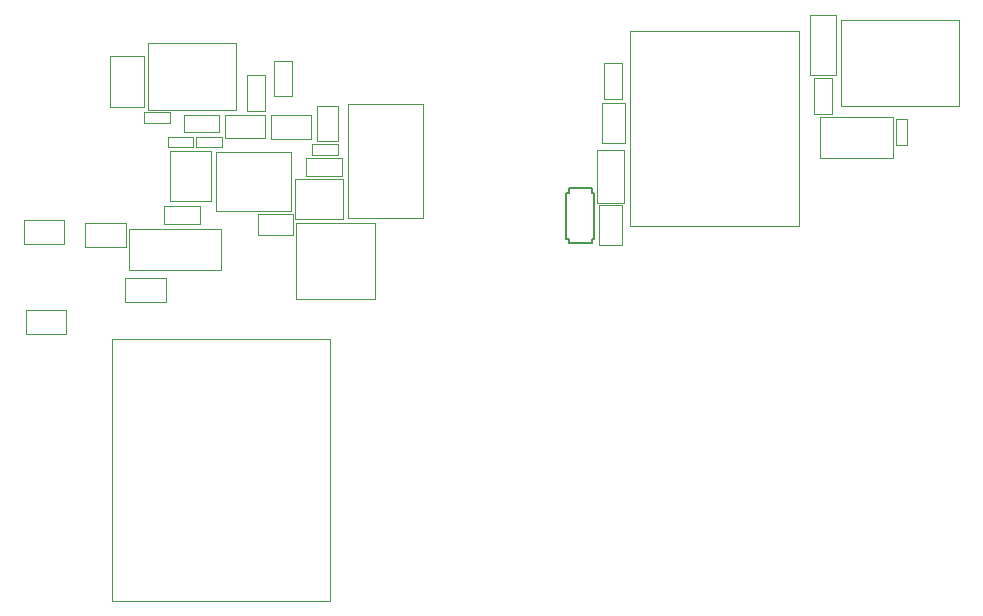
<source format=gbr>
%TF.GenerationSoftware,KiCad,Pcbnew,8.0.3*%
%TF.CreationDate,2025-01-08T01:15:00+05:30*%
%TF.ProjectId,gps,6770732e-6b69-4636-9164-5f7063625858,rev?*%
%TF.SameCoordinates,Original*%
%TF.FileFunction,Other,User*%
%FSLAX46Y46*%
G04 Gerber Fmt 4.6, Leading zero omitted, Abs format (unit mm)*
G04 Created by KiCad (PCBNEW 8.0.3) date 2025-01-08 01:15:00*
%MOMM*%
%LPD*%
G01*
G04 APERTURE LIST*
%ADD10C,0.050000*%
%ADD11C,0.152400*%
G04 APERTURE END LIST*
D10*
%TO.C,C17*%
X130680400Y-67205600D02*
X132840400Y-67205600D01*
X130680400Y-68125600D02*
X130680400Y-67205600D01*
X132840400Y-67205600D02*
X132840400Y-68125600D01*
X132840400Y-68125600D02*
X130680400Y-68125600D01*
%TO.C,C15*%
X192326000Y-65722000D02*
X193246000Y-65722000D01*
X192326000Y-67882000D02*
X192326000Y-65722000D01*
X193246000Y-65722000D02*
X193246000Y-67882000D01*
X193246000Y-67882000D02*
X192326000Y-67882000D01*
%TO.C,R18*%
X185421000Y-65262000D02*
X185421000Y-62246000D01*
X186943000Y-62246000D02*
X185421000Y-62246000D01*
X186943000Y-65262000D02*
X185421000Y-65262000D01*
X186943000Y-65262000D02*
X186943000Y-62246000D01*
%TO.C,C19*%
X143291000Y-64625800D02*
X145071000Y-64625800D01*
X143291000Y-67555800D02*
X143291000Y-64625800D01*
X145071000Y-64625800D02*
X145071000Y-67555800D01*
X145071000Y-67555800D02*
X143291000Y-67555800D01*
%TO.C,D3*%
X139433000Y-65421000D02*
X142833000Y-65421000D01*
X139433000Y-67421000D02*
X139433000Y-65421000D01*
X142833000Y-65421000D02*
X142833000Y-67421000D01*
X142833000Y-67421000D02*
X139433000Y-67421000D01*
%TO.C,U8*%
X130885000Y-68471400D02*
X130885000Y-72691400D01*
X130885000Y-72691400D02*
X134285000Y-72691400D01*
X134285000Y-68471400D02*
X130885000Y-68471400D01*
X134285000Y-72691400D02*
X134285000Y-68471400D01*
%TO.C,BT2*%
X187626000Y-57322000D02*
X197676000Y-57322000D01*
X187626000Y-64622000D02*
X187626000Y-57322000D01*
X197676000Y-57322000D02*
X197676000Y-64622000D01*
X197676000Y-64622000D02*
X187626000Y-64622000D01*
%TO.C,R21*%
X127069000Y-79213200D02*
X130519000Y-79213200D01*
X127069000Y-81213200D02*
X127069000Y-79213200D01*
X130519000Y-79213200D02*
X130519000Y-81213200D01*
X130519000Y-81213200D02*
X127069000Y-81213200D01*
%TO.C,D5*%
X135521400Y-65370200D02*
X138921400Y-65370200D01*
X135521400Y-67370200D02*
X135521400Y-65370200D01*
X138921400Y-65370200D02*
X138921400Y-67370200D01*
X138921400Y-67370200D02*
X135521400Y-67370200D01*
%TO.C,R23*%
X118620200Y-81931000D02*
X122070200Y-81931000D01*
X118620200Y-83931000D02*
X118620200Y-81931000D01*
X122070200Y-81931000D02*
X122070200Y-83931000D01*
X122070200Y-83931000D02*
X118620200Y-83931000D01*
%TO.C,C16*%
X128673800Y-65097400D02*
X130833800Y-65097400D01*
X128673800Y-66017400D02*
X128673800Y-65097400D01*
X130833800Y-65097400D02*
X130833800Y-66017400D01*
X130833800Y-66017400D02*
X128673800Y-66017400D01*
%TO.C,J5*%
X125938250Y-84382500D02*
X144438250Y-84382500D01*
X125938250Y-106532500D02*
X125938250Y-84382500D01*
X144438250Y-84382500D02*
X144438250Y-106532500D01*
X144438250Y-106532500D02*
X125938250Y-106532500D01*
%TO.C,U5*%
X169810000Y-58280000D02*
X184110000Y-58280000D01*
X169810000Y-74780000D02*
X169810000Y-58280000D01*
X184110000Y-58280000D02*
X184110000Y-74780000D01*
X184110000Y-74780000D02*
X169810000Y-74780000D01*
%TO.C,R22*%
X118467800Y-74285600D02*
X121917800Y-74285600D01*
X118467800Y-76285600D02*
X118467800Y-74285600D01*
X121917800Y-74285600D02*
X121917800Y-76285600D01*
X121917800Y-76285600D02*
X118467800Y-76285600D01*
%TO.C,R14*%
X167641000Y-63992000D02*
X167641000Y-60976000D01*
X169163000Y-60976000D02*
X167641000Y-60976000D01*
X169163000Y-63992000D02*
X167641000Y-63992000D01*
X169163000Y-63992000D02*
X169163000Y-60976000D01*
%TO.C,R13*%
X125813800Y-60405400D02*
X128613800Y-60405400D01*
X125813800Y-64730400D02*
X125813800Y-60405400D01*
X128613800Y-60405400D02*
X128613800Y-64730400D01*
X128613800Y-64730400D02*
X125813800Y-64730400D01*
%TO.C,L1*%
X167165000Y-72968000D02*
X167165000Y-76384000D01*
X167165000Y-72968000D02*
X169131000Y-72968000D01*
X167165000Y-76384000D02*
X169131000Y-76384000D01*
X169131000Y-72968000D02*
X169131000Y-76384000D01*
%TO.C,R12*%
X130355600Y-73127600D02*
X133371600Y-73127600D01*
X130355600Y-74649600D02*
X130355600Y-73127600D01*
X130355600Y-74649600D02*
X133371600Y-74649600D01*
X133371600Y-74649600D02*
X133371600Y-73127600D01*
%TO.C,R11*%
X139686200Y-60796600D02*
X139686200Y-63812600D01*
X139686200Y-60796600D02*
X141208200Y-60796600D01*
X139686200Y-63812600D02*
X141208200Y-63812600D01*
X141208200Y-60796600D02*
X141208200Y-63812600D01*
%TO.C,U6*%
X185866000Y-65560000D02*
X192086000Y-65560000D01*
X185866000Y-69060000D02*
X185866000Y-65560000D01*
X192086000Y-65560000D02*
X192086000Y-69060000D01*
X192086000Y-69060000D02*
X185866000Y-69060000D01*
%TO.C,L2*%
X141491400Y-74499400D02*
X148191400Y-74499400D01*
X141491400Y-80999400D02*
X141491400Y-74499400D01*
X148191400Y-74499400D02*
X148191400Y-80999400D01*
X148191400Y-80999400D02*
X141491400Y-80999400D01*
%TO.C,R26*%
X142903200Y-67856000D02*
X145103200Y-67856000D01*
X142903200Y-68796000D02*
X142903200Y-67856000D01*
X145103200Y-67856000D02*
X145103200Y-68796000D01*
X145103200Y-68796000D02*
X142903200Y-68796000D01*
%TO.C,D4*%
X167402000Y-64340000D02*
X169402000Y-64340000D01*
X167402000Y-67740000D02*
X167402000Y-64340000D01*
X169402000Y-64340000D02*
X169402000Y-67740000D01*
X169402000Y-67740000D02*
X167402000Y-67740000D01*
%TO.C,C2*%
X138296400Y-73760600D02*
X141226400Y-73760600D01*
X138296400Y-75540600D02*
X138296400Y-73760600D01*
X141226400Y-73760600D02*
X141226400Y-75540600D01*
X141226400Y-75540600D02*
X138296400Y-75540600D01*
%TO.C,Q3*%
X127367800Y-74993800D02*
X127367800Y-78523800D01*
X127367800Y-74993800D02*
X135187800Y-74993800D01*
X127367800Y-78523800D02*
X135187800Y-78523800D01*
X135187800Y-74993800D02*
X135187800Y-78523800D01*
%TO.C,J2*%
X134732600Y-68518400D02*
X141132600Y-68518400D01*
X134732600Y-73518400D02*
X134732600Y-68518400D01*
X141132600Y-68518400D02*
X141132600Y-73518400D01*
X141132600Y-73518400D02*
X134732600Y-73518400D01*
D11*
%TO.C,AE2*%
X164424300Y-71960200D02*
X164602100Y-71960200D01*
X164424300Y-75871800D02*
X164424300Y-71960200D01*
X164602100Y-71604600D02*
X166557900Y-71604600D01*
X164602100Y-71960200D02*
X164602100Y-71604600D01*
X164602100Y-75871800D02*
X164424300Y-75871800D01*
X164602100Y-76227400D02*
X164602100Y-75871800D01*
X166557900Y-71604600D02*
X166557900Y-71960200D01*
X166557900Y-71960200D02*
X166735700Y-71960200D01*
X166557900Y-75871800D02*
X166557900Y-76227400D01*
X166557900Y-76227400D02*
X164602100Y-76227400D01*
X166735700Y-71960200D02*
X166735700Y-75871800D01*
X166735700Y-75871800D02*
X166557900Y-75871800D01*
D10*
%TO.C,U7*%
X129026800Y-59328400D02*
X129026800Y-64928400D01*
X129026800Y-59328400D02*
X136446800Y-59328400D01*
X129026800Y-64928400D02*
X136446800Y-64928400D01*
X136446800Y-59328400D02*
X136446800Y-64928400D01*
%TO.C,R1*%
X137349400Y-62019000D02*
X137349400Y-65035000D01*
X137349400Y-62019000D02*
X138871400Y-62019000D01*
X137349400Y-65035000D02*
X138871400Y-65035000D01*
X138871400Y-62019000D02*
X138871400Y-65035000D01*
%TO.C,D1*%
X185082000Y-56901000D02*
X187282000Y-56901000D01*
X185082000Y-61971000D02*
X185082000Y-56901000D01*
X187282000Y-56901000D02*
X187282000Y-61971000D01*
X187282000Y-61971000D02*
X185082000Y-61971000D01*
%TO.C,R20*%
X142369800Y-69063600D02*
X145385800Y-69063600D01*
X142369800Y-70585600D02*
X142369800Y-69063600D01*
X142369800Y-70585600D02*
X145385800Y-70585600D01*
X145385800Y-70585600D02*
X145385800Y-69063600D01*
%TO.C,R15*%
X123649400Y-74565000D02*
X127099400Y-74565000D01*
X123649400Y-76565000D02*
X123649400Y-74565000D01*
X127099400Y-74565000D02*
X127099400Y-76565000D01*
X127099400Y-76565000D02*
X123649400Y-76565000D01*
%TO.C,C18*%
X133093400Y-67205600D02*
X135253400Y-67205600D01*
X133093400Y-68125600D02*
X133093400Y-67205600D01*
X135253400Y-67205600D02*
X135253400Y-68125600D01*
X135253400Y-68125600D02*
X133093400Y-68125600D01*
%TO.C,R24*%
X166998000Y-68387000D02*
X169298000Y-68387000D01*
X166998000Y-72837000D02*
X166998000Y-68387000D01*
X169298000Y-68387000D02*
X169298000Y-72837000D01*
X169298000Y-72837000D02*
X166998000Y-72837000D01*
%TO.C,U10*%
X141419800Y-70805700D02*
X141419800Y-74205700D01*
X141419800Y-74205700D02*
X145519800Y-74205700D01*
X145519800Y-70805700D02*
X141419800Y-70805700D01*
X145519800Y-74205700D02*
X145519800Y-70805700D01*
%TO.C,R25*%
X132063000Y-65340800D02*
X134963000Y-65340800D01*
X132063000Y-66840800D02*
X132063000Y-65340800D01*
X134963000Y-65340800D02*
X134963000Y-66840800D01*
X134963000Y-66840800D02*
X132063000Y-66840800D01*
%TO.C,D2*%
X145883200Y-64460600D02*
X145883200Y-74120600D01*
X145883200Y-74120600D02*
X152283200Y-74120600D01*
X152283200Y-64460600D02*
X145883200Y-64460600D01*
X152283200Y-74120600D02*
X152283200Y-64460600D01*
%TD*%
M02*

</source>
